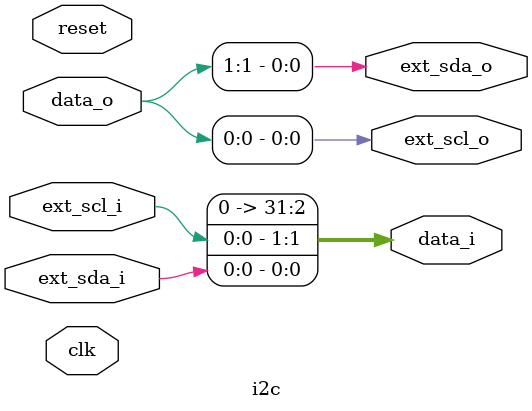
<source format=v>
/*
  Copyright (c) 2017, miya
  All rights reserved.

  Redistribution and use in source and binary forms, with or without modification, are permitted provided that the following conditions are met:

  1. Redistributions of source code must retain the above copyright notice, this list of conditions and the following disclaimer.

  2. Redistributions in binary form must reproduce the above copyright notice, this list of conditions and the following disclaimer in the documentation and/or other materials provided with the distribution.

  THIS SOFTWARE IS PROVIDED BY THE COPYRIGHT HOLDERS AND CONTRIBUTORS "AS IS" AND ANY EXPRESS OR IMPLIED WARRANTIES, INCLUDING, BUT NOT LIMITED TO, THE IMPLIED WARRANTIES OF MERCHANTABILITY AND FITNESS FOR A PARTICULAR PURPOSE ARE DISCLAIMED.
  IN NO EVENT SHALL THE COPYRIGHT OWNER OR CONTRIBUTORS BE LIABLE FOR ANY DIRECT, INDIRECT, INCIDENTAL, SPECIAL, EXEMPLARY, OR CONSEQUENTIAL DAMAGES (INCLUDING, BUT NOT LIMITED TO,
  PROCUREMENT OF SUBSTITUTE GOODS OR SERVICES; LOSS OF USE, DATA, OR PROFITS; OR BUSINESS INTERRUPTION) HOWEVER CAUSED AND ON ANY THEORY OF LIABILITY, WHETHER IN CONTRACT, STRICT LIABILITY, OR TORT (INCLUDING NEGLIGENCE OR OTHERWISE) ARISING IN ANY WAY OUT OF THE USE OF THIS SOFTWARE, EVEN IF ADVISED OF THE POSSIBILITY OF SUCH DAMAGE.
*/

module i2c
  (
   input         clk,
   input         reset,
   output [31:0] data_i,
   input [31:0]  data_o,
   input         ext_scl_i,
   output        ext_scl_o,
   input         ext_sda_i,
   output        ext_sda_o
   );

  assign data_i = {30'd0, ext_scl_i, ext_sda_i};
  assign ext_scl_o = data_o[0];
  assign ext_sda_o = data_o[1];

endmodule

</source>
